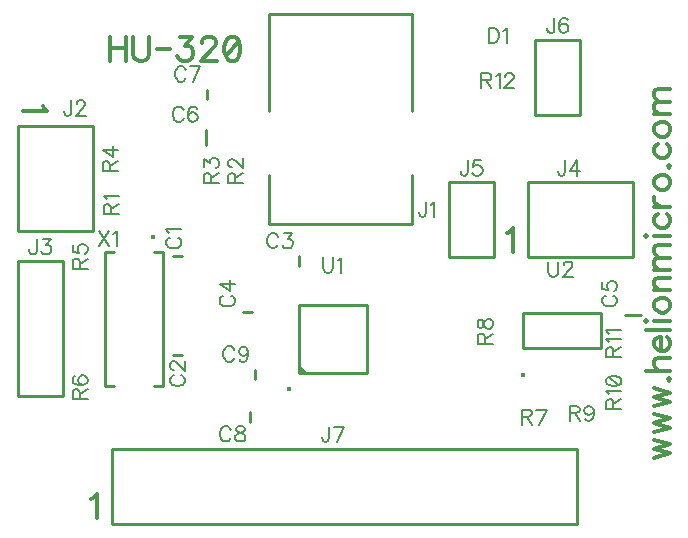
<source format=gbr>
G04 DipTrace 2.1.9.5*
%INTopSilk.gbr*%
%MOIN*%
%ADD10C,0.0098*%
%ADD18O,0.0164X0.0165*%
%ADD21C,0.0155*%
%ADD62C,0.0077*%
%ADD63C,0.0124*%
%FSLAX44Y44*%
%SFA1B1*%
%OFA0B0*%
G04*
G70*
G90*
G75*
G01*
%LNTopSilk*%
%LPD*%
X9720Y13627D2*
D10*
X10035D1*
Y10317D2*
X9720D1*
X13932Y13603D2*
Y13288D1*
X12381Y11737D2*
X12066D1*
X13920Y9702D2*
X16204D1*
Y11985D1*
X13920D1*
Y9702D1*
D18*
X13609Y9185D3*
G36*
X13920Y9702D2*
X14235D1*
X13920Y10017D1*
Y9702D1*
G37*
D21*
X9055Y14243D3*
X9109Y13752D2*
D10*
X9404D1*
X7475Y9264D2*
X7770D1*
X7475Y13752D2*
Y9264D1*
Y13752D2*
X7770D1*
X9109Y9264D2*
X9404D1*
Y13752D2*
Y9264D1*
X17689Y14690D2*
Y16315D1*
Y14690D2*
X12938D1*
Y16315D1*
Y18440D2*
Y21690D1*
X17689D2*
X12938D1*
X17689Y18440D2*
Y21690D1*
X7065Y17940D2*
X4565D1*
Y14440D1*
X7065D1*
Y17940D1*
X4565Y8940D2*
X6065D1*
Y13440D1*
X4565D1*
Y8940D1*
D21*
X21401Y9638D3*
X21391Y10531D2*
D10*
X23989D1*
X21391Y11712D2*
X23989D1*
Y10531D2*
Y11712D1*
X21391Y10531D2*
Y11712D1*
X21565Y16065D2*
X25065D1*
Y13565D1*
X21565D1*
Y16065D1*
X25320Y11653D2*
X24808D1*
X10851Y17821D2*
Y17309D1*
X10858Y19160D2*
Y18845D1*
X12295Y8411D2*
Y8096D1*
X12461Y9825D2*
Y9510D1*
X20440Y16065D2*
X18940D1*
Y13565D1*
X20440D1*
Y16065D1*
X23315Y20815D2*
X21815D1*
Y18315D1*
X23315D1*
Y20815D1*
X7691Y7190D2*
X23190D1*
Y4690D1*
X7691D1*
Y7190D1*
X9630Y14227D2*
D62*
X9582Y14203D1*
D2*
X9534Y14155D1*
D2*
X9510Y14107D1*
D2*
Y14012D1*
D2*
X9534Y13964D1*
D2*
X9582Y13916D1*
D2*
X9630Y13892D1*
D2*
X9702Y13868D1*
D2*
X9822D1*
D2*
X9893Y13892D1*
D2*
X9941Y13916D1*
D2*
X9988Y13964D1*
D2*
X10013Y14012D1*
D2*
Y14107D1*
D2*
X9988Y14155D1*
D2*
X9941Y14203D1*
D2*
X9893Y14227D1*
X9607Y14381D2*
X9582Y14429D1*
D2*
X9511Y14501D1*
D2*
X10013D1*
X9755Y9632D2*
X9707Y9608D1*
D2*
X9659Y9560D1*
D2*
X9635Y9513D1*
D2*
Y9417D1*
D2*
X9659Y9369D1*
D2*
X9707Y9321D1*
D2*
X9755Y9297D1*
D2*
X9827Y9273D1*
D2*
X9947D1*
D2*
X10018Y9297D1*
D2*
X10066Y9321D1*
D2*
X10113Y9369D1*
D2*
X10138Y9417D1*
D2*
Y9513D1*
D2*
X10113Y9560D1*
D2*
X10066Y9608D1*
D2*
X10018Y9632D1*
X9755Y9811D2*
X9732D1*
D2*
X9683Y9834D1*
D2*
X9660Y9858D1*
D2*
X9636Y9906D1*
D2*
Y10002D1*
D2*
X9660Y10049D1*
D2*
X9683Y10073D1*
D2*
X9732Y10097D1*
D2*
X9779D1*
D2*
X9827Y10073D1*
D2*
X9898Y10026D1*
D2*
X10138Y9786D1*
D2*
Y10121D1*
X13237Y14256D2*
X13213Y14303D1*
D2*
X13165Y14351D1*
D2*
X13118Y14375D1*
D2*
X13022D1*
D2*
X12974Y14351D1*
D2*
X12926Y14303D1*
D2*
X12902Y14256D1*
D2*
X12878Y14184D1*
D2*
Y14064D1*
D2*
X12902Y13993D1*
D2*
X12926Y13944D1*
D2*
X12974Y13897D1*
D2*
X13022Y13873D1*
D2*
X13118D1*
D2*
X13165Y13897D1*
D2*
X13213Y13944D1*
D2*
X13237Y13993D1*
X13439Y14374D2*
X13702D1*
D2*
X13559Y14183D1*
D2*
X13631D1*
D2*
X13678Y14159D1*
D2*
X13702Y14136D1*
D2*
X13726Y14064D1*
D2*
Y14016D1*
D2*
X13702Y13944D1*
D2*
X13654Y13896D1*
D2*
X13583Y13873D1*
D2*
X13511D1*
D2*
X13439Y13896D1*
D2*
X13416Y13921D1*
D2*
X13391Y13968D1*
X11414Y12290D2*
X11366Y12266D1*
D2*
X11318Y12218D1*
D2*
X11295Y12171D1*
D2*
Y12075D1*
D2*
X11318Y12027D1*
D2*
X11366Y11979D1*
D2*
X11414Y11955D1*
D2*
X11486Y11931D1*
D2*
X11606D1*
D2*
X11677Y11955D1*
D2*
X11725Y11979D1*
D2*
X11773Y12027D1*
D2*
X11797Y12075D1*
D2*
Y12171D1*
D2*
X11773Y12218D1*
D2*
X11725Y12266D1*
D2*
X11677Y12290D1*
X11797Y12684D2*
X11295D1*
D2*
X11629Y12444D1*
D2*
Y12803D1*
X7666Y15010D2*
Y15225D1*
D2*
X7641Y15297D1*
D2*
X7618Y15322D1*
D2*
X7570Y15345D1*
D2*
X7522D1*
D2*
X7474Y15322D1*
D2*
X7450Y15297D1*
D2*
X7426Y15225D1*
D2*
Y15010D1*
D2*
X7929D1*
X7666Y15178D2*
X7929Y15345D1*
X7522Y15500D2*
X7498Y15548D1*
D2*
X7427Y15620D1*
D2*
X7929D1*
X11813Y16050D2*
Y16265D1*
D2*
X11788Y16337D1*
D2*
X11765Y16361D1*
D2*
X11717Y16385D1*
D2*
X11669D1*
D2*
X11621Y16361D1*
D2*
X11597Y16337D1*
D2*
X11573Y16265D1*
D2*
Y16050D1*
D2*
X12076D1*
X11813Y16217D2*
X12076Y16385D1*
X11693Y16564D2*
X11670D1*
D2*
X11621Y16587D1*
D2*
X11598Y16611D1*
D2*
X11574Y16659D1*
D2*
Y16755D1*
D2*
X11598Y16802D1*
D2*
X11621Y16826D1*
D2*
X11670Y16851D1*
D2*
X11717D1*
D2*
X11765Y16826D1*
D2*
X11836Y16779D1*
D2*
X12076Y16539D1*
D2*
Y16874D1*
X11000Y16050D2*
Y16265D1*
D2*
X10976Y16337D1*
D2*
X10952Y16361D1*
D2*
X10905Y16385D1*
D2*
X10857D1*
D2*
X10809Y16361D1*
D2*
X10785Y16337D1*
D2*
X10761Y16265D1*
D2*
Y16050D1*
D2*
X11263D1*
X11000Y16217D2*
X11263Y16385D1*
X10761Y16587D2*
Y16850D1*
D2*
X10953Y16707D1*
D2*
Y16779D1*
D2*
X10976Y16826D1*
D2*
X11000Y16850D1*
D2*
X11072Y16874D1*
D2*
X11120D1*
D2*
X11191Y16850D1*
D2*
X11240Y16802D1*
D2*
X11263Y16731D1*
D2*
Y16659D1*
D2*
X11240Y16587D1*
D2*
X11215Y16564D1*
D2*
X11168Y16539D1*
X14738Y13564D2*
Y13205D1*
D2*
X14761Y13133D1*
D2*
X14810Y13086D1*
D2*
X14881Y13062D1*
D2*
X14929D1*
D2*
X15001Y13086D1*
D2*
X15049Y13133D1*
D2*
X15073Y13205D1*
D2*
Y13564D1*
X15227Y13468D2*
X15275Y13492D1*
D2*
X15347Y13563D1*
D2*
Y13062D1*
X7260Y14443D2*
X7595Y13941D1*
Y14443D2*
X7260Y13941D1*
X7749Y14347D2*
X7798Y14371D1*
D2*
X7869Y14443D1*
D2*
Y13941D1*
X18176Y15423D2*
Y15040D1*
D2*
X18152Y14968D1*
D2*
X18128Y14944D1*
D2*
X18081Y14920D1*
D2*
X18033D1*
D2*
X17985Y14944D1*
D2*
X17961Y14968D1*
D2*
X17937Y15040D1*
D2*
Y15088D1*
X18331Y15326D2*
X18379Y15351D1*
D2*
X18451Y15422D1*
D2*
Y14920D1*
X6344Y18797D2*
Y18415D1*
D2*
X6320Y18343D1*
D2*
X6295Y18319D1*
D2*
X6248Y18295D1*
D2*
X6200D1*
D2*
X6152Y18319D1*
D2*
X6129Y18343D1*
D2*
X6104Y18415D1*
D2*
Y18462D1*
X6522Y18677D2*
Y18701D1*
D2*
X6546Y18749D1*
D2*
X6570Y18773D1*
D2*
X6618Y18797D1*
D2*
X6713D1*
D2*
X6761Y18773D1*
D2*
X6785Y18749D1*
D2*
X6809Y18701D1*
D2*
Y18654D1*
D2*
X6785Y18605D1*
D2*
X6737Y18534D1*
D2*
X6498Y18295D1*
D2*
X6833D1*
X7625Y16431D2*
Y16646D1*
D2*
X7601Y16718D1*
D2*
X7577Y16743D1*
D2*
X7530Y16766D1*
D2*
X7482D1*
D2*
X7434Y16743D1*
D2*
X7410Y16718D1*
D2*
X7386Y16646D1*
D2*
Y16431D1*
D2*
X7888D1*
X7625Y16599D2*
X7888Y16766D1*
Y17160D2*
X7386D1*
D2*
X7721Y16921D1*
D2*
Y17279D1*
X5190Y14172D2*
Y13790D1*
D2*
X5166Y13718D1*
D2*
X5142Y13694D1*
D2*
X5094Y13670D1*
D2*
X5046D1*
D2*
X4999Y13694D1*
D2*
X4975Y13718D1*
D2*
X4951Y13790D1*
D2*
Y13837D1*
X5392Y14172D2*
X5655D1*
D2*
X5512Y13980D1*
D2*
X5584D1*
D2*
X5631Y13957D1*
D2*
X5655Y13933D1*
D2*
X5679Y13861D1*
D2*
Y13814D1*
D2*
X5655Y13742D1*
D2*
X5607Y13694D1*
D2*
X5536Y13670D1*
D2*
X5464D1*
D2*
X5392Y13694D1*
D2*
X5369Y13718D1*
D2*
X5344Y13765D1*
X6625Y13193D2*
Y13408D1*
D2*
X6601Y13480D1*
D2*
X6577Y13504D1*
D2*
X6530Y13528D1*
D2*
X6482D1*
D2*
X6434Y13504D1*
D2*
X6410Y13480D1*
D2*
X6386Y13408D1*
D2*
Y13193D1*
D2*
X6888D1*
X6625Y13361D2*
X6888Y13528D1*
X6386Y13969D2*
Y13731D1*
D2*
X6601Y13707D1*
D2*
X6578Y13731D1*
D2*
X6553Y13802D1*
D2*
Y13874D1*
D2*
X6578Y13946D1*
D2*
X6625Y13994D1*
D2*
X6697Y14017D1*
D2*
X6745D1*
D2*
X6816Y13994D1*
D2*
X6865Y13946D1*
D2*
X6888Y13874D1*
D2*
Y13802D1*
D2*
X6865Y13731D1*
D2*
X6840Y13707D1*
D2*
X6793Y13683D1*
X6625Y8830D2*
Y9045D1*
D2*
X6601Y9117D1*
D2*
X6577Y9142D1*
D2*
X6530Y9165D1*
D2*
X6482D1*
D2*
X6434Y9142D1*
D2*
X6410Y9117D1*
D2*
X6386Y9045D1*
D2*
Y8830D1*
D2*
X6888D1*
X6625Y8998D2*
X6888Y9165D1*
X6458Y9607D2*
X6410Y9583D1*
D2*
X6386Y9511D1*
D2*
Y9463D1*
D2*
X6410Y9392D1*
D2*
X6482Y9343D1*
D2*
X6601Y9320D1*
D2*
X6721D1*
D2*
X6816Y9343D1*
D2*
X6865Y9392D1*
D2*
X6888Y9463D1*
D2*
Y9487D1*
D2*
X6865Y9558D1*
D2*
X6816Y9607D1*
D2*
X6745Y9630D1*
D2*
X6721D1*
D2*
X6649Y9607D1*
D2*
X6601Y9558D1*
D2*
X6578Y9487D1*
D2*
Y9463D1*
D2*
X6601Y9392D1*
D2*
X6649Y9343D1*
D2*
X6721Y9320D1*
X22245Y13428D2*
Y13069D1*
D2*
X22268Y12998D1*
D2*
X22316Y12950D1*
D2*
X22388Y12926D1*
D2*
X22436D1*
D2*
X22508Y12950D1*
D2*
X22556Y12998D1*
D2*
X22579Y13069D1*
D2*
Y13428D1*
X22758Y13308D2*
Y13332D1*
D2*
X22782Y13380D1*
D2*
X22806Y13404D1*
D2*
X22854Y13428D1*
D2*
X22949D1*
D2*
X22997Y13404D1*
D2*
X23021Y13380D1*
D2*
X23045Y13332D1*
D2*
Y13284D1*
D2*
X23021Y13236D1*
D2*
X22973Y13165D1*
D2*
X22734Y12926D1*
D2*
X23069D1*
X21363Y8255D2*
X21578D1*
D2*
X21649Y8279D1*
D2*
X21674Y8303D1*
D2*
X21697Y8350D1*
D2*
Y8398D1*
D2*
X21674Y8446D1*
D2*
X21649Y8470D1*
D2*
X21578Y8494D1*
D2*
X21363D1*
D2*
Y7992D1*
X21530Y8255D2*
X21697Y7992D1*
X21947D2*
X22187Y8494D1*
D2*
X21852D1*
X20125Y10694D2*
Y10909D1*
D2*
X20101Y10980D1*
D2*
X20077Y11005D1*
D2*
X20030Y11028D1*
D2*
X19982D1*
D2*
X19934Y11005D1*
D2*
X19910Y10980D1*
D2*
X19886Y10909D1*
D2*
Y10694D1*
D2*
X20388D1*
X20125Y10861D2*
X20388Y11028D1*
X19886Y11302D2*
X19910Y11231D1*
D2*
X19958Y11207D1*
D2*
X20006D1*
D2*
X20053Y11231D1*
D2*
X20078Y11278D1*
D2*
X20101Y11374D1*
D2*
X20125Y11446D1*
D2*
X20173Y11493D1*
D2*
X20221Y11517D1*
D2*
X20293D1*
D2*
X20340Y11493D1*
D2*
X20365Y11470D1*
D2*
X20388Y11398D1*
D2*
Y11302D1*
D2*
X20365Y11231D1*
D2*
X20340Y11207D1*
D2*
X20293Y11183D1*
D2*
X20221D1*
D2*
X20173Y11207D1*
D2*
X20125Y11255D1*
D2*
X20101Y11326D1*
D2*
X20078Y11422D1*
D2*
X20053Y11470D1*
D2*
X20006Y11493D1*
D2*
X19958D1*
D2*
X19910Y11470D1*
D2*
X19886Y11398D1*
D2*
Y11302D1*
X22955Y8380D2*
X23170D1*
D2*
X23242Y8404D1*
D2*
X23266Y8428D1*
D2*
X23290Y8475D1*
D2*
Y8523D1*
D2*
X23266Y8571D1*
D2*
X23242Y8595D1*
D2*
X23170Y8619D1*
D2*
X22955D1*
D2*
Y8117D1*
X23123Y8380D2*
X23290Y8117D1*
X23756Y8452D2*
X23731Y8380D1*
D2*
X23684Y8332D1*
D2*
X23612Y8308D1*
D2*
X23588D1*
D2*
X23516Y8332D1*
D2*
X23469Y8380D1*
D2*
X23444Y8452D1*
D2*
Y8475D1*
D2*
X23469Y8547D1*
D2*
X23516Y8595D1*
D2*
X23588Y8619D1*
D2*
X23612D1*
D2*
X23684Y8595D1*
D2*
X23731Y8547D1*
D2*
X23756Y8452D1*
D2*
Y8332D1*
D2*
X23731Y8212D1*
D2*
X23684Y8140D1*
D2*
X23612Y8117D1*
D2*
X23564D1*
D2*
X23493Y8140D1*
D2*
X23469Y8189D1*
X24416Y8516D2*
Y8731D1*
D2*
X24391Y8803D1*
D2*
X24368Y8827D1*
D2*
X24320Y8851D1*
D2*
X24272D1*
D2*
X24224Y8827D1*
D2*
X24200Y8803D1*
D2*
X24176Y8731D1*
D2*
Y8516D1*
D2*
X24679D1*
X24416Y8683D2*
X24679Y8851D1*
X24272Y9005D2*
X24248Y9053D1*
D2*
X24177Y9125D1*
D2*
X24679D1*
X24177Y9423D2*
X24201Y9351D1*
D2*
X24272Y9303D1*
D2*
X24392Y9279D1*
D2*
X24464D1*
D2*
X24583Y9303D1*
D2*
X24655Y9351D1*
D2*
X24679Y9423D1*
D2*
Y9471D1*
D2*
X24655Y9542D1*
D2*
X24583Y9590D1*
D2*
X24464Y9614D1*
D2*
X24392D1*
D2*
X24272Y9590D1*
D2*
X24201Y9542D1*
D2*
X24177Y9471D1*
D2*
Y9423D1*
X24272Y9590D2*
X24583Y9303D1*
X24416Y10248D2*
Y10463D1*
D2*
X24391Y10535D1*
D2*
X24368Y10559D1*
D2*
X24320Y10583D1*
D2*
X24272D1*
D2*
X24224Y10559D1*
D2*
X24200Y10535D1*
D2*
X24176Y10463D1*
D2*
Y10248D1*
D2*
X24679D1*
X24416Y10416D2*
X24679Y10583D1*
X24272Y10738D2*
X24248Y10786D1*
D2*
X24177Y10857D1*
D2*
X24679D1*
X24272Y11012D2*
X24248Y11060D1*
D2*
X24177Y11132D1*
D2*
X24679D1*
X22803Y16797D2*
Y16415D1*
D2*
X22779Y16343D1*
D2*
X22755Y16319D1*
D2*
X22707Y16295D1*
D2*
X22659D1*
D2*
X22612Y16319D1*
D2*
X22588Y16343D1*
D2*
X22564Y16415D1*
D2*
Y16462D1*
X23197Y16295D2*
Y16797D1*
D2*
X22958Y16462D1*
D2*
X23316D1*
X24156Y12296D2*
X24108Y12272D1*
D2*
X24060Y12224D1*
D2*
X24036Y12177D1*
D2*
Y12081D1*
D2*
X24060Y12033D1*
D2*
X24108Y11985D1*
D2*
X24156Y11961D1*
D2*
X24228Y11937D1*
D2*
X24348D1*
D2*
X24419Y11961D1*
D2*
X24467Y11985D1*
D2*
X24515Y12033D1*
D2*
X24539Y12081D1*
D2*
Y12177D1*
D2*
X24515Y12224D1*
D2*
X24467Y12272D1*
D2*
X24419Y12296D1*
X24037Y12737D2*
Y12498D1*
D2*
X24252Y12475D1*
D2*
X24228Y12498D1*
D2*
X24204Y12570D1*
D2*
Y12642D1*
D2*
X24228Y12713D1*
D2*
X24276Y12761D1*
D2*
X24348Y12785D1*
D2*
X24395D1*
D2*
X24467Y12761D1*
D2*
X24515Y12713D1*
D2*
X24539Y12642D1*
D2*
Y12570D1*
D2*
X24515Y12498D1*
D2*
X24491Y12475D1*
D2*
X24443Y12450D1*
X10090Y18473D2*
X10066Y18521D1*
D2*
X10018Y18569D1*
D2*
X9970Y18593D1*
D2*
X9875D1*
D2*
X9826Y18569D1*
D2*
X9779Y18521D1*
D2*
X9755Y18473D1*
D2*
X9731Y18401D1*
D2*
Y18281D1*
D2*
X9755Y18210D1*
D2*
X9779Y18162D1*
D2*
X9826Y18114D1*
D2*
X9875Y18090D1*
D2*
X9970D1*
D2*
X10018Y18114D1*
D2*
X10066Y18162D1*
D2*
X10090Y18210D1*
X10531Y18521D2*
X10507Y18568D1*
D2*
X10435Y18592D1*
D2*
X10388D1*
D2*
X10316Y18568D1*
D2*
X10268Y18496D1*
D2*
X10244Y18377D1*
D2*
Y18258D1*
D2*
X10268Y18162D1*
D2*
X10316Y18114D1*
D2*
X10388Y18090D1*
D2*
X10411D1*
D2*
X10483Y18114D1*
D2*
X10531Y18162D1*
D2*
X10555Y18234D1*
D2*
Y18258D1*
D2*
X10531Y18329D1*
D2*
X10483Y18377D1*
D2*
X10411Y18401D1*
D2*
X10388D1*
D2*
X10316Y18377D1*
D2*
X10268Y18329D1*
D2*
X10244Y18258D1*
X10163Y19812D2*
X10139Y19860D1*
D2*
X10091Y19908D1*
D2*
X10044Y19932D1*
D2*
X9948D1*
D2*
X9900Y19908D1*
D2*
X9853Y19860D1*
D2*
X9828Y19812D1*
D2*
X9804Y19740D1*
D2*
Y19620D1*
D2*
X9828Y19549D1*
D2*
X9853Y19501D1*
D2*
X9900Y19454D1*
D2*
X9948Y19429D1*
D2*
X10044D1*
D2*
X10091Y19454D1*
D2*
X10139Y19501D1*
D2*
X10163Y19549D1*
X10413Y19429D2*
X10652Y19931D1*
D2*
X10318D1*
X11663Y7813D2*
X11639Y7861D1*
D2*
X11591Y7909D1*
D2*
X11543Y7933D1*
D2*
X11448D1*
D2*
X11400Y7909D1*
D2*
X11352Y7861D1*
D2*
X11328Y7813D1*
D2*
X11304Y7741D1*
D2*
Y7622D1*
D2*
X11328Y7550D1*
D2*
X11352Y7502D1*
D2*
X11400Y7455D1*
D2*
X11448Y7430D1*
D2*
X11543D1*
D2*
X11591Y7455D1*
D2*
X11639Y7502D1*
D2*
X11663Y7550D1*
X11937Y7932D2*
X11865Y7908D1*
D2*
X11841Y7861D1*
D2*
Y7813D1*
D2*
X11865Y7765D1*
D2*
X11913Y7741D1*
D2*
X12008Y7717D1*
D2*
X12080Y7693D1*
D2*
X12128Y7645D1*
D2*
X12152Y7598D1*
D2*
Y7526D1*
D2*
X12128Y7478D1*
D2*
X12104Y7454D1*
D2*
X12032Y7430D1*
D2*
X11937D1*
D2*
X11865Y7454D1*
D2*
X11841Y7478D1*
D2*
X11817Y7526D1*
D2*
Y7598D1*
D2*
X11841Y7645D1*
D2*
X11889Y7693D1*
D2*
X11960Y7717D1*
D2*
X12056Y7741D1*
D2*
X12104Y7765D1*
D2*
X12128Y7813D1*
D2*
Y7861D1*
D2*
X12104Y7908D1*
D2*
X12032Y7932D1*
D2*
X11937D1*
X11778Y10477D2*
X11754Y10525D1*
D2*
X11706Y10573D1*
D2*
X11658Y10597D1*
D2*
X11563D1*
D2*
X11515Y10573D1*
D2*
X11467Y10525D1*
D2*
X11443Y10477D1*
D2*
X11419Y10406D1*
D2*
Y10286D1*
D2*
X11443Y10214D1*
D2*
X11467Y10166D1*
D2*
X11515Y10119D1*
D2*
X11563Y10094D1*
D2*
X11658D1*
D2*
X11706Y10119D1*
D2*
X11754Y10166D1*
D2*
X11778Y10214D1*
X12243Y10429D2*
X12219Y10358D1*
D2*
X12171Y10309D1*
D2*
X12100Y10286D1*
D2*
X12076D1*
D2*
X12004Y10309D1*
D2*
X11956Y10358D1*
D2*
X11932Y10429D1*
D2*
Y10453D1*
D2*
X11956Y10525D1*
D2*
X12004Y10573D1*
D2*
X12076Y10596D1*
D2*
X12100D1*
D2*
X12171Y10573D1*
D2*
X12219Y10525D1*
D2*
X12243Y10429D1*
D2*
Y10309D1*
D2*
X12219Y10190D1*
D2*
X12171Y10118D1*
D2*
X12100Y10094D1*
D2*
X12052D1*
D2*
X11980Y10118D1*
D2*
X11956Y10166D1*
X19565Y16797D2*
Y16415D1*
D2*
X19541Y16343D1*
D2*
X19517Y16319D1*
D2*
X19469Y16295D1*
D2*
X19421D1*
D2*
X19374Y16319D1*
D2*
X19350Y16343D1*
D2*
X19326Y16415D1*
D2*
Y16462D1*
X20006Y16797D2*
X19767D1*
D2*
X19744Y16582D1*
D2*
X19767Y16605D1*
D2*
X19839Y16630D1*
D2*
X19911D1*
D2*
X19982Y16605D1*
D2*
X20031Y16558D1*
D2*
X20054Y16486D1*
D2*
Y16439D1*
D2*
X20031Y16367D1*
D2*
X19982Y16319D1*
D2*
X19911Y16295D1*
D2*
X19839D1*
D2*
X19767Y16319D1*
D2*
X19744Y16343D1*
D2*
X19719Y16390D1*
X20260Y21218D2*
Y20716D1*
D2*
X20428D1*
D2*
X20500Y20740D1*
D2*
X20548Y20788D1*
D2*
X20572Y20836D1*
D2*
X20595Y20907D1*
D2*
Y21027D1*
D2*
X20572Y21099D1*
D2*
X20548Y21147D1*
D2*
X20500Y21195D1*
D2*
X20428Y21218D1*
D2*
X20260D1*
X20750Y21122D2*
X20798Y21147D1*
D2*
X20870Y21218D1*
D2*
Y20716D1*
X20016Y19464D2*
X20231D1*
D2*
X20303Y19489D1*
D2*
X20327Y19512D1*
D2*
X20351Y19560D1*
D2*
Y19608D1*
D2*
X20327Y19656D1*
D2*
X20303Y19680D1*
D2*
X20231Y19704D1*
D2*
X20016D1*
D2*
Y19201D1*
X20183Y19464D2*
X20351Y19201D1*
X20505Y19608D2*
X20553Y19632D1*
D2*
X20625Y19703D1*
D2*
Y19201D1*
X20804Y19584D2*
Y19608D1*
D2*
X20827Y19656D1*
D2*
X20851Y19679D1*
D2*
X20899Y19703D1*
D2*
X20995D1*
D2*
X21042Y19679D1*
D2*
X21066Y19656D1*
D2*
X21091Y19608D1*
D2*
Y19560D1*
D2*
X21066Y19512D1*
D2*
X21019Y19441D1*
D2*
X20779Y19201D1*
D2*
X21114D1*
X22452Y21547D2*
Y21165D1*
D2*
X22428Y21093D1*
D2*
X22404Y21069D1*
D2*
X22357Y21045D1*
D2*
X22308D1*
D2*
X22261Y21069D1*
D2*
X22237Y21093D1*
D2*
X22213Y21165D1*
D2*
Y21212D1*
X22893Y21475D2*
X22870Y21523D1*
D2*
X22798Y21547D1*
D2*
X22750D1*
D2*
X22678Y21523D1*
D2*
X22630Y21451D1*
D2*
X22607Y21332D1*
D2*
Y21212D1*
D2*
X22630Y21117D1*
D2*
X22678Y21069D1*
D2*
X22750Y21045D1*
D2*
X22774D1*
D2*
X22845Y21069D1*
D2*
X22893Y21117D1*
D2*
X22917Y21189D1*
D2*
Y21212D1*
D2*
X22893Y21284D1*
D2*
X22845Y21332D1*
D2*
X22774Y21355D1*
D2*
X22750D1*
D2*
X22678Y21332D1*
D2*
X22630Y21284D1*
D2*
X22607Y21212D1*
X14940Y7922D2*
Y7540D1*
D2*
X14916Y7468D1*
D2*
X14892Y7444D1*
D2*
X14844Y7420D1*
D2*
X14796D1*
D2*
X14749Y7444D1*
D2*
X14725Y7468D1*
D2*
X14701Y7540D1*
D2*
Y7587D1*
X15190Y7420D2*
X15429Y7922D1*
D2*
X15094D1*
X25781Y6882D2*
D63*
X26317Y7035D1*
D2*
X25781Y7188D1*
D2*
X26317Y7341D1*
D2*
X25781Y7494D1*
Y7741D2*
X26317Y7894D1*
D2*
X25781Y8047D1*
D2*
X26317Y8200D1*
D2*
X25781Y8353D1*
Y8600D2*
X26317Y8753D1*
D2*
X25781Y8906D1*
D2*
X26317Y9059D1*
D2*
X25781Y9212D1*
X26240Y9497D2*
X26279Y9459D1*
D2*
X26317Y9497D1*
D2*
X26279Y9536D1*
D2*
X26240Y9497D1*
X25513Y9783D2*
X26317D1*
X25934D2*
X25819Y9898D1*
D2*
X25781Y9975D1*
D2*
Y10090D1*
D2*
X25819Y10166D1*
D2*
X25934Y10204D1*
D2*
X26317D1*
X26011Y10451D2*
Y10910D1*
D2*
X25934D1*
D2*
X25857Y10872D1*
D2*
X25819Y10834D1*
D2*
X25781Y10757D1*
D2*
Y10642D1*
D2*
X25819Y10566D1*
D2*
X25896Y10489D1*
D2*
X26011Y10451D1*
D2*
X26087D1*
D2*
X26202Y10489D1*
D2*
X26278Y10566D1*
D2*
X26317Y10642D1*
D2*
Y10757D1*
D2*
X26278Y10834D1*
D2*
X26202Y10910D1*
X25513Y11157D2*
X26317D1*
X25513Y11404D2*
X25551Y11442D1*
D2*
X25513Y11481D1*
D2*
X25474Y11442D1*
D2*
X25513Y11404D1*
X25781Y11442D2*
X26317D1*
X25781Y11919D2*
X25819Y11843D1*
D2*
X25896Y11766D1*
D2*
X26011Y11728D1*
D2*
X26087D1*
D2*
X26202Y11766D1*
D2*
X26278Y11843D1*
D2*
X26317Y11919D1*
D2*
Y12034D1*
D2*
X26278Y12111D1*
D2*
X26202Y12187D1*
D2*
X26087Y12226D1*
D2*
X26011D1*
D2*
X25896Y12187D1*
D2*
X25819Y12111D1*
D2*
X25781Y12034D1*
D2*
Y11919D1*
Y12473D2*
X26317D1*
X25934D2*
X25819Y12588D1*
D2*
X25781Y12665D1*
D2*
Y12779D1*
D2*
X25819Y12856D1*
D2*
X25934Y12894D1*
D2*
X26317D1*
X25781Y13141D2*
X26317D1*
X25934D2*
X25819Y13256D1*
D2*
X25781Y13333D1*
D2*
Y13447D1*
D2*
X25819Y13524D1*
D2*
X25934Y13562D1*
D2*
X26317D1*
X25934D2*
X25819Y13677D1*
D2*
X25781Y13754D1*
D2*
Y13868D1*
D2*
X25819Y13945D1*
D2*
X25934Y13983D1*
D2*
X26317D1*
X25513Y14230D2*
X25551Y14269D1*
D2*
X25513Y14307D1*
D2*
X25474Y14269D1*
D2*
X25513Y14230D1*
X25781Y14269D2*
X26317D1*
X25896Y15014D2*
X25819Y14937D1*
D2*
X25781Y14860D1*
D2*
Y14746D1*
D2*
X25819Y14669D1*
D2*
X25896Y14593D1*
D2*
X26011Y14554D1*
D2*
X26087D1*
D2*
X26202Y14593D1*
D2*
X26278Y14669D1*
D2*
X26317Y14746D1*
D2*
Y14860D1*
D2*
X26278Y14937D1*
D2*
X26202Y15014D1*
X25781Y15261D2*
X26317D1*
X26011D2*
X25896Y15300D1*
D2*
X25819Y15376D1*
D2*
X25781Y15453D1*
D2*
Y15568D1*
Y16006D2*
X25819Y15930D1*
D2*
X25896Y15853D1*
D2*
X26011Y15815D1*
D2*
X26087D1*
D2*
X26202Y15853D1*
D2*
X26278Y15930D1*
D2*
X26317Y16006D1*
D2*
Y16121D1*
D2*
X26278Y16198D1*
D2*
X26202Y16274D1*
D2*
X26087Y16313D1*
D2*
X26011D1*
D2*
X25896Y16274D1*
D2*
X25819Y16198D1*
D2*
X25781Y16121D1*
D2*
Y16006D1*
X26240Y16598D2*
X26279Y16560D1*
D2*
X26317Y16598D1*
D2*
X26279Y16637D1*
D2*
X26240Y16598D1*
X25896Y17344D2*
X25819Y17267D1*
D2*
X25781Y17190D1*
D2*
Y17076D1*
D2*
X25819Y16999D1*
D2*
X25896Y16923D1*
D2*
X26011Y16884D1*
D2*
X26087D1*
D2*
X26202Y16923D1*
D2*
X26278Y16999D1*
D2*
X26317Y17076D1*
D2*
Y17190D1*
D2*
X26278Y17267D1*
D2*
X26202Y17344D1*
X25781Y17782D2*
X25819Y17706D1*
D2*
X25896Y17629D1*
D2*
X26011Y17591D1*
D2*
X26087D1*
D2*
X26202Y17629D1*
D2*
X26278Y17706D1*
D2*
X26317Y17782D1*
D2*
Y17897D1*
D2*
X26278Y17974D1*
D2*
X26202Y18050D1*
D2*
X26087Y18089D1*
D2*
X26011D1*
D2*
X25896Y18050D1*
D2*
X25819Y17974D1*
D2*
X25781Y17897D1*
D2*
Y17782D1*
Y18336D2*
X26317D1*
X25934D2*
X25819Y18451D1*
D2*
X25781Y18528D1*
D2*
Y18642D1*
D2*
X25819Y18719D1*
D2*
X25934Y18757D1*
D2*
X26317D1*
X25934D2*
X25819Y18872D1*
D2*
X25781Y18949D1*
D2*
Y19063D1*
D2*
X25819Y19140D1*
D2*
X25934Y19179D1*
D2*
X26317D1*
X7628Y20918D2*
Y20114D1*
X8163Y20918D2*
Y20114D1*
X7628Y20535D2*
X8163D1*
X8410Y20918D2*
Y20344D1*
D2*
X8448Y20229D1*
D2*
X8525Y20153D1*
D2*
X8640Y20114D1*
D2*
X8716D1*
D2*
X8831Y20153D1*
D2*
X8908Y20229D1*
D2*
X8946Y20344D1*
D2*
Y20918D1*
X9193Y20516D2*
X9636D1*
X9959Y20917D2*
X10380D1*
D2*
X10150Y20611D1*
D2*
X10265D1*
D2*
X10341Y20573D1*
D2*
X10380Y20535D1*
D2*
X10418Y20420D1*
D2*
Y20344D1*
D2*
X10380Y20229D1*
D2*
X10303Y20152D1*
D2*
X10189Y20114D1*
D2*
X10074D1*
D2*
X9959Y20152D1*
D2*
X9921Y20191D1*
D2*
X9883Y20267D1*
X10704Y20726D2*
Y20764D1*
D2*
X10742Y20841D1*
D2*
X10780Y20879D1*
D2*
X10857Y20917D1*
D2*
X11010D1*
D2*
X11086Y20879D1*
D2*
X11124Y20841D1*
D2*
X11163Y20764D1*
D2*
Y20688D1*
D2*
X11124Y20611D1*
D2*
X11048Y20497D1*
D2*
X10665Y20114D1*
D2*
X11201D1*
X11678Y20917D2*
X11563Y20879D1*
D2*
X11486Y20764D1*
D2*
X11448Y20573D1*
D2*
Y20458D1*
D2*
X11486Y20267D1*
D2*
X11563Y20152D1*
D2*
X11678Y20114D1*
D2*
X11754D1*
D2*
X11869Y20152D1*
D2*
X11945Y20267D1*
D2*
X11984Y20458D1*
D2*
Y20573D1*
D2*
X11945Y20764D1*
D2*
X11869Y20879D1*
D2*
X11754Y20917D1*
D2*
X11678D1*
X11945Y20764D2*
X11486Y20267D1*
X5390Y18628D2*
X5429Y18551D1*
D2*
X5543Y18436D1*
D2*
X4740D1*
X20877Y14390D2*
X20954Y14429D1*
D2*
X21069Y14543D1*
D2*
Y13740D1*
X7002Y5515D2*
X7079Y5554D1*
D2*
X7194Y5668D1*
D2*
Y4865D1*
M02*

</source>
